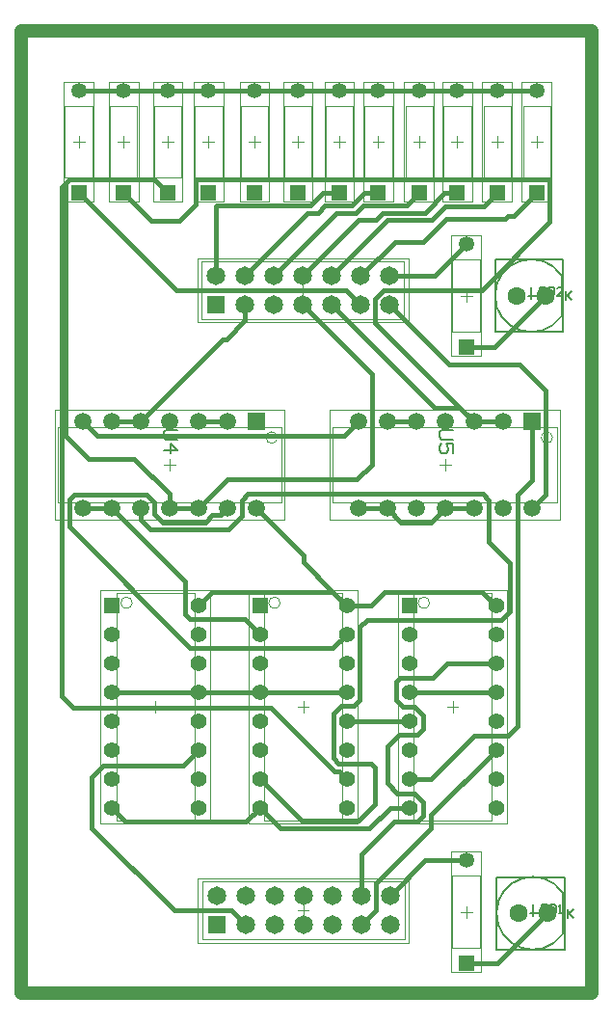
<source format=gbl>
G04*
G04 #@! TF.GenerationSoftware,Altium Limited,Altium Designer,22.9.1 (49)*
G04*
G04 Layer_Physical_Order=2*
G04 Layer_Color=16711680*
%FSLAX44Y44*%
%MOMM*%
G71*
G04*
G04 #@! TF.SameCoordinates,73C1D453-A157-4A54-B1A5-12706931D713*
G04*
G04*
G04 #@! TF.FilePolarity,Positive*
G04*
G01*
G75*
%ADD10C,0.2000*%
%ADD13C,0.1524*%
%ADD15C,1.2000*%
%ADD16C,0.1500*%
%ADD17C,0.1000*%
%ADD18C,0.0500*%
%ADD28C,0.3810*%
%ADD29C,1.6000*%
%ADD30R,1.3500X1.3500*%
%ADD31C,1.3500*%
%ADD32R,1.5000X1.5000*%
%ADD33C,1.5000*%
%ADD34R,1.4000X1.4000*%
%ADD35C,1.4000*%
%ADD36C,1.6500*%
%ADD37R,1.6500X1.6500*%
D10*
X688340Y501650D02*
X748030D01*
Y438150D02*
Y501650D01*
X688340Y438150D02*
X748030D01*
X688340D02*
Y501650D01*
X687070Y1043940D02*
X746760D01*
Y980440D02*
Y1043940D01*
X687070Y980440D02*
X746760D01*
X687070D02*
Y1043940D01*
X746760Y487680D02*
G03*
X746255Y451440I-26526J-17754D01*
G01*
X745490Y1029970D02*
G03*
X744985Y993730I-26526J-17754D01*
G01*
X746760Y452120D02*
Y487680D01*
X717550Y469900D02*
X722630D01*
X720090Y467360D02*
Y472440D01*
X745490Y994410D02*
Y1029970D01*
X716280Y1012190D02*
X721360D01*
X718820Y1009650D02*
Y1014730D01*
D13*
X720090Y477518D02*
Y469900D01*
X725168D01*
X732786Y477518D02*
X727708D01*
Y469900D01*
X732786D01*
X727708Y473709D02*
X730247D01*
X735325Y477518D02*
Y469900D01*
X739134D01*
X740403Y471170D01*
Y476248D01*
X739134Y477518D01*
X735325D01*
X742943Y469900D02*
X745482D01*
X744212D01*
Y477518D01*
X742943Y476248D01*
X750570Y473708D02*
Y466090D01*
Y468629D01*
X755648Y473708D01*
X751840Y469899D01*
X755648Y466090D01*
X718820Y1019808D02*
Y1012190D01*
X723898D01*
X731516Y1019808D02*
X726438D01*
Y1012190D01*
X731516D01*
X726438Y1015999D02*
X728977D01*
X734055Y1019808D02*
Y1012190D01*
X737864D01*
X739133Y1013460D01*
Y1018538D01*
X737864Y1019808D01*
X734055D01*
X746751Y1012190D02*
X741673D01*
X746751Y1017268D01*
Y1018538D01*
X745481Y1019808D01*
X742942D01*
X741673Y1018538D01*
X749300Y1015997D02*
Y1008380D01*
Y1010919D01*
X754378Y1015997D01*
X750570Y1012189D01*
X754378Y1008380D01*
D15*
X271056Y400050D02*
Y1244600D01*
Y400050D02*
X772160D01*
Y1244600D01*
X271056D02*
X772160D01*
D16*
X650026Y894080D02*
X640029D01*
X638030Y892081D01*
Y888082D01*
X640029Y886083D01*
X650026D01*
Y874087D02*
Y882084D01*
X644028D01*
X646027Y878085D01*
Y876086D01*
X644028Y874087D01*
X640029D01*
X638030Y876086D01*
Y880085D01*
X640029Y882084D01*
X408236Y894080D02*
X398239D01*
X396240Y892081D01*
Y888082D01*
X398239Y886083D01*
X408236D01*
X396240Y876086D02*
X408236D01*
X402238Y882084D01*
Y874087D01*
D17*
X737610Y887600D02*
G03*
X737610Y887600I-5000J0D01*
G01*
X495820D02*
G03*
X495820Y887600I-5000J0D01*
G01*
X629544Y742510D02*
G03*
X629544Y742510I-5000J0D01*
G01*
X498279D02*
G03*
X498279Y742510I-5000J0D01*
G01*
X368370D02*
G03*
X368370Y742510I-5000J0D01*
G01*
X649670Y439670D02*
X673670D01*
X649670D02*
Y502670D01*
X673670Y439670D02*
Y502670D01*
X649670D02*
X673670D01*
X649670Y980690D02*
X673670D01*
X649670D02*
Y1043690D01*
X673670Y980690D02*
Y1043690D01*
X649670D02*
X673670D01*
X544609Y896600D02*
X741610D01*
X544609Y830600D02*
X741610D01*
Y896600D01*
X544609Y830600D02*
Y896600D01*
X302820D02*
X499820D01*
X302820Y830600D02*
X499820D01*
Y896600D01*
X302820Y830600D02*
Y896600D01*
X615544Y551510D02*
Y751510D01*
X684044Y551510D02*
Y751510D01*
X615544D02*
X684044D01*
X615544Y551510D02*
X684044D01*
X484279D02*
Y751510D01*
X552779Y551510D02*
Y751510D01*
X484279D02*
X552779D01*
X484279Y551510D02*
X552779D01*
X354370D02*
Y751510D01*
X422870Y551510D02*
Y751510D01*
X354370D02*
X422870D01*
X354370Y551510D02*
X422870D01*
X711561Y1178860D02*
X735561D01*
Y1115860D02*
Y1178860D01*
X711561Y1115860D02*
Y1178860D01*
Y1115860D02*
X735561D01*
X309370Y1178860D02*
X333370D01*
Y1115860D02*
Y1178860D01*
X309370Y1115860D02*
Y1178860D01*
Y1115860D02*
X333370D01*
X676880Y1178860D02*
X700880D01*
Y1115860D02*
Y1178860D01*
X676880Y1115860D02*
Y1178860D01*
Y1115860D02*
X700880D01*
X348829Y1178860D02*
X372829D01*
Y1115860D02*
Y1178860D01*
X348829Y1115860D02*
Y1178860D01*
Y1115860D02*
X372829D01*
X641866Y1178860D02*
X665866D01*
Y1115860D02*
Y1178860D01*
X641866Y1115860D02*
Y1178860D01*
Y1115860D02*
X665866D01*
X387619Y1178860D02*
X411619D01*
Y1115860D02*
Y1178860D01*
X387619Y1115860D02*
Y1178860D01*
Y1115860D02*
X411619D01*
X608343Y1178860D02*
X632343D01*
Y1115860D02*
Y1178860D01*
X608343Y1115860D02*
Y1178860D01*
Y1115860D02*
X632343D01*
X423379Y1178860D02*
X447379D01*
Y1115860D02*
Y1178860D01*
X423379Y1115860D02*
Y1178860D01*
Y1115860D02*
X447379D01*
X572486Y1178860D02*
X596486D01*
Y1115860D02*
Y1178860D01*
X572486Y1115860D02*
Y1178860D01*
Y1115860D02*
X596486D01*
X463688Y1178860D02*
X487688D01*
Y1115860D02*
Y1178860D01*
X463688Y1115860D02*
Y1178860D01*
Y1115860D02*
X487688D01*
X538231Y1178860D02*
X562231D01*
Y1115860D02*
Y1178860D01*
X538231Y1115860D02*
Y1178860D01*
Y1115860D02*
X562231D01*
X501739Y1178860D02*
X525739D01*
Y1115860D02*
Y1178860D01*
X501739Y1115860D02*
Y1178860D01*
Y1115860D02*
X525739D01*
X429629Y497699D02*
X607429D01*
Y446899D02*
Y497699D01*
X429629Y446899D02*
X607429D01*
X429629D02*
Y497699D01*
X429486Y1042371D02*
X607286D01*
Y991571D02*
Y1042371D01*
X429486Y991571D02*
X607286D01*
X429486D02*
Y1042371D01*
X656670Y471170D02*
X666670D01*
X661670Y466170D02*
Y476170D01*
X656670Y1012190D02*
X666670D01*
X661670Y1007190D02*
Y1017190D01*
X643110Y858600D02*
Y868600D01*
X638110Y863600D02*
X648109D01*
X401320Y858600D02*
Y868600D01*
X396320Y863600D02*
X406320D01*
X644794Y651510D02*
X654794D01*
X649794Y646510D02*
Y656510D01*
X513529Y651510D02*
X523529D01*
X518529Y646510D02*
Y656510D01*
X383620Y651510D02*
X393620D01*
X388620Y646510D02*
Y656510D01*
X723561Y1142360D02*
Y1152360D01*
X718561Y1147360D02*
X728561D01*
X321371Y1142360D02*
Y1152360D01*
X316371Y1147360D02*
X326371D01*
X688880Y1142360D02*
Y1152360D01*
X683880Y1147360D02*
X693880D01*
X360829Y1142360D02*
Y1152360D01*
X355830Y1147360D02*
X365830D01*
X653866Y1142360D02*
Y1152360D01*
X648866Y1147360D02*
X658866D01*
X399619Y1142360D02*
Y1152360D01*
X394619Y1147360D02*
X404619D01*
X620343Y1142360D02*
Y1152360D01*
X615343Y1147360D02*
X625343D01*
X435379Y1142360D02*
Y1152360D01*
X430379Y1147360D02*
X440379D01*
X584486Y1142360D02*
Y1152360D01*
X579486Y1147360D02*
X589486D01*
X475688Y1142360D02*
Y1152360D01*
X470688Y1147360D02*
X480688D01*
X550231Y1142360D02*
Y1152360D01*
X545231Y1147360D02*
X555231D01*
X513739Y1142360D02*
Y1152360D01*
X508739Y1147360D02*
X518739D01*
D18*
X648670Y523920D02*
X674670D01*
X648670Y418420D02*
Y523920D01*
X674670Y418420D02*
Y523920D01*
X648670Y418420D02*
X674670D01*
X648670Y1064940D02*
X674670D01*
X648670Y959440D02*
Y1064940D01*
X674670Y959440D02*
Y1064940D01*
X648670Y959440D02*
X674670D01*
X542110Y912100D02*
X744110D01*
X542110Y815100D02*
X744110D01*
Y912100D01*
X542110Y815100D02*
Y912100D01*
X300320D02*
X502320D01*
X300320Y815100D02*
X502320D01*
Y912100D01*
X300320Y815100D02*
Y912100D01*
X601794Y549010D02*
Y754010D01*
X697794Y549010D02*
Y754010D01*
X601794D02*
X697794D01*
X601794Y549010D02*
X697794D01*
X470529D02*
Y754010D01*
X566529Y549010D02*
Y754010D01*
X470529D02*
X566529D01*
X470529Y549010D02*
X566529D01*
X340620D02*
Y754010D01*
X436620Y549010D02*
Y754010D01*
X340620D02*
X436620D01*
X340620Y549010D02*
X436620D01*
X710560Y1094610D02*
X736561D01*
Y1200110D01*
X710560Y1094610D02*
Y1200110D01*
X736561D01*
X308370Y1094610D02*
X334371D01*
Y1200110D01*
X308370Y1094610D02*
Y1200110D01*
X334371D01*
X675880Y1094610D02*
X701880D01*
Y1200110D01*
X675880Y1094610D02*
Y1200110D01*
X701880D01*
X347829Y1094610D02*
X373830D01*
Y1200110D01*
X347829Y1094610D02*
Y1200110D01*
X373830D01*
X640866Y1094610D02*
X666866D01*
Y1200110D01*
X640866Y1094610D02*
Y1200110D01*
X666866D01*
X386619Y1094610D02*
X412619D01*
Y1200110D01*
X386619Y1094610D02*
Y1200110D01*
X412619D01*
X607343Y1094610D02*
X633343D01*
Y1200110D01*
X607343Y1094610D02*
Y1200110D01*
X633343D01*
X422379Y1094610D02*
X448379D01*
Y1200110D01*
X422379Y1094610D02*
Y1200110D01*
X448379D01*
X571486Y1094610D02*
X597486D01*
Y1200110D01*
X571486Y1094610D02*
Y1200110D01*
X597486D01*
X462688Y1094610D02*
X488688D01*
Y1200110D01*
X462688Y1094610D02*
Y1200110D01*
X488688D01*
X537231Y1094610D02*
X563231D01*
Y1200110D01*
X537231Y1094610D02*
Y1200110D01*
X563231D01*
X500739Y1094610D02*
X526739D01*
Y1200110D01*
X500739Y1094610D02*
Y1200110D01*
X526739D01*
X426129Y444149D02*
Y500449D01*
Y444149D02*
X610929D01*
Y500449D01*
X426129D02*
X610929D01*
X518529Y467299D02*
Y477299D01*
X513529Y472299D02*
X523529D01*
X425985Y988821D02*
Y1045121D01*
Y988821D02*
X610786D01*
Y1045121D01*
X425985D02*
X610786D01*
X518386Y1011971D02*
Y1021971D01*
X513386Y1016971D02*
X523386D01*
D28*
X401320Y825754D02*
Y838112D01*
Y825754D02*
X426466D01*
X310134Y1111250D02*
X313436Y1114552D01*
X306324Y1107440D02*
X310134Y1111250D01*
X719310Y825500D02*
X731520Y837710D01*
Y928624D01*
X708406Y951738D02*
X731520Y928624D01*
X647118Y951738D02*
X708406D01*
X594586Y1004271D02*
X647118Y951738D01*
X544691Y752348D02*
X556629Y740410D01*
X518668Y778371D02*
X544691Y752348D01*
X518668Y778371D02*
Y784352D01*
X477520Y825500D02*
X518668Y784352D01*
X426720Y740410D02*
X438658Y752348D01*
X544691D01*
X556629Y740410D02*
X578358D01*
X590296Y752348D01*
X675956D01*
X687894Y740410D01*
X594929Y562610D02*
X611694D01*
X576895Y544576D02*
X594929Y562610D01*
X498463Y544576D02*
X576895D01*
X480429Y562610D02*
X498463Y544576D01*
X350520Y562610D02*
X362458Y550672D01*
X468491D01*
X480429Y562610D01*
X325120Y901700D02*
X337566Y889254D01*
X554464D01*
X566910Y901700D01*
X592310Y825500D02*
X604756Y813054D01*
X630664D01*
X643110Y825500D01*
X572622Y1102360D02*
X584486D01*
X561426Y1091165D02*
X572622Y1102360D01*
X537634Y1091165D02*
X561426D01*
X531284Y1084815D02*
X537634Y1091165D01*
X522729Y1084815D02*
X531284D01*
X467586Y1029671D02*
X522729Y1084815D01*
X466967Y728472D02*
X480429Y715010D01*
X419354Y728472D02*
X466967D01*
X415036Y732790D02*
X419354Y728472D01*
X415036Y732790D02*
Y760984D01*
X350520Y825500D02*
X415036Y760984D01*
X492986Y1029671D02*
X547895Y1084580D01*
X564915D01*
X571500Y1091165D01*
X609148D01*
X620343Y1102360D01*
X518386Y1004271D02*
X579120Y943536D01*
Y863854D02*
Y943536D01*
X565912Y850646D02*
X579120Y863854D01*
X451866Y850646D02*
X565912D01*
X426720Y825500D02*
X451866Y850646D01*
X387427Y1114552D02*
X399619Y1102360D01*
X313436Y1114552D02*
X387427D01*
X306324Y660654D02*
Y1107440D01*
Y660654D02*
X316230Y650748D01*
X489965D01*
X546100Y594613D01*
X550026D01*
X556629Y588010D01*
X642734Y1102360D02*
X653866D01*
X625188Y1084815D02*
X642734Y1102360D01*
X588474Y1084815D02*
X625188D01*
X582124Y1078465D02*
X588474Y1084815D01*
X567179Y1078465D02*
X582124D01*
X518386Y1029671D02*
X567179Y1078465D01*
X656318Y913892D02*
X668510Y901700D01*
X581890Y988320D02*
X656318Y913892D01*
X581890Y988320D02*
Y1009650D01*
X589211Y1016971D01*
X675341D01*
X735076Y1076706D01*
Y1113536D01*
X734568Y1114044D02*
X735076Y1113536D01*
X424434Y1114044D02*
X734568D01*
X423926Y1113536D02*
X424434Y1114044D01*
X423926Y1091946D02*
Y1113536D01*
X409807Y1077827D02*
X423926Y1091946D01*
X385363Y1077827D02*
X409807D01*
X360829Y1102360D02*
X385363Y1077827D01*
X634164Y913892D02*
X656318D01*
X543786Y1004271D02*
X634164Y913892D01*
X677196Y1090676D02*
X688880Y1102360D01*
X643750Y1090676D02*
X677196D01*
X631539Y1078465D02*
X643750Y1090676D01*
X592579Y1078465D02*
X631539D01*
X543786Y1029671D02*
X592579Y1078465D01*
X703495Y1082294D02*
X723561Y1102360D01*
X698754Y1082294D02*
X703495D01*
X696214Y1079754D02*
X698754Y1082294D01*
X644239Y1079754D02*
X696214D01*
X623917Y1059433D02*
X644239Y1079754D01*
X598947Y1059433D02*
X623917D01*
X569186Y1029671D02*
X598947Y1059433D01*
X455029Y472299D02*
X467729Y459599D01*
X405240Y472299D02*
X455029D01*
X332725Y544815D02*
X405240Y472299D01*
X332725Y544815D02*
Y589519D01*
X343154Y599948D01*
X413258D01*
X426720Y613410D01*
X645160Y689610D02*
X687894D01*
X632460Y676910D02*
X645160Y689610D01*
X604012Y676910D02*
X632460D01*
X599948Y672846D02*
X604012Y676910D01*
X599948Y657479D02*
Y672846D01*
Y657479D02*
X605917Y651510D01*
X615950D01*
X623570Y643890D01*
Y631571D02*
Y643890D01*
X618871Y626872D02*
X623570Y631571D01*
X602996Y626872D02*
X618871D01*
X592328Y616204D02*
X602996Y626872D01*
X592328Y584200D02*
Y616204D01*
Y584200D02*
X601218Y575310D01*
X615950D01*
X623570Y567690D01*
Y555371D02*
Y567690D01*
X618871Y550672D02*
X623570Y555371D01*
X598678Y550672D02*
X618871D01*
X569329Y521323D02*
X598678Y550672D01*
X569329Y484999D02*
Y521323D01*
X480429Y588010D02*
X517274Y551165D01*
X567167D01*
X581660Y565658D01*
Y597916D01*
X578104Y601472D02*
X581660Y597916D01*
X549529Y601472D02*
X578104D01*
X544830Y606171D02*
X549529Y601472D01*
X544830Y606171D02*
Y644906D01*
X552196Y652272D01*
X563245D01*
X568452Y657479D01*
Y721614D01*
X574548Y727710D01*
X692150D01*
X699770Y735330D01*
Y777748D01*
X681482Y796036D02*
X699770Y777748D01*
X681482Y796036D02*
Y832612D01*
X676148Y837946D02*
X681482Y832612D01*
X470154Y837946D02*
X676148D01*
X464566Y832358D02*
X470154Y837946D01*
X464566Y818642D02*
Y832358D01*
X452628Y806704D02*
X464566Y818642D01*
X384556Y806704D02*
X452628D01*
X375920Y815340D02*
X384556Y806704D01*
X375920Y815340D02*
Y825500D01*
X446024Y819404D02*
X452120Y825500D01*
X438658Y819404D02*
X446024D01*
X432562Y813308D02*
X438658Y819404D01*
X395732Y813308D02*
X432562D01*
X388112Y820928D02*
X395732Y813308D01*
X388112Y820928D02*
Y830333D01*
X380753Y837692D02*
X388112Y830333D01*
X317747Y837692D02*
X380753D01*
X313175Y833120D02*
X317747Y837692D01*
X313175Y809251D02*
Y833120D01*
Y809251D02*
X419354Y703072D01*
X544691D01*
X556629Y715010D01*
X689060Y426170D02*
X732790Y469900D01*
X661670Y426170D02*
X689060D01*
X569329Y459599D02*
X582024Y472295D01*
Y496275D01*
X630491Y544742D01*
Y556007D01*
X687894Y613410D01*
X426466Y825754D02*
X426720Y825500D01*
X401320D02*
Y825754D01*
X310134Y889000D02*
Y1111250D01*
Y889000D02*
X329946Y869188D01*
X370244D01*
X401320Y838112D01*
X611694Y588010D02*
X630428D01*
X668528Y626110D01*
X698500D01*
X706628Y634238D01*
Y837184D01*
X719310Y849866D01*
Y901700D01*
X350266Y825246D02*
X350520Y825500D01*
X325374Y825246D02*
X350266D01*
X325120Y825500D02*
X325374Y825246D01*
X467586Y990600D02*
Y1004271D01*
X450793Y973808D02*
X467586Y990600D01*
X448028Y973808D02*
X450793D01*
X375920Y901700D02*
X448028Y973808D01*
X536129Y1102360D02*
X550231D01*
X524934Y1091165D02*
X536129Y1102360D01*
X442420Y1091165D02*
X524934D01*
X442186Y1090930D02*
X442420Y1091165D01*
X442186Y1029671D02*
Y1090930D01*
X661670Y967190D02*
X686520D01*
X731520Y1012190D01*
X321371Y1102360D02*
X406760Y1016971D01*
X556486D01*
X569186Y1004271D01*
X594729Y484999D02*
X625900Y516170D01*
X661670D01*
X594586Y1029671D02*
X634151D01*
X661670Y1057190D01*
X321371Y1192360D02*
X360829D01*
X399619D01*
X435379D01*
X475688D01*
X513739D01*
X550231D01*
X584486D01*
X688880D02*
X723561D01*
X653866D02*
X688880D01*
X584486D02*
X620343D01*
X653866D01*
X643110Y825500D02*
X668510D01*
X566910D02*
X592310D01*
X611694Y664210D02*
X687894D01*
X556629Y638810D02*
X611694D01*
X480429Y664210D02*
X556629D01*
X350520D02*
X426720D01*
X480429D01*
X426720Y901700D02*
X452120D01*
X350520D02*
X375920D01*
X668510D02*
X693910D01*
X592310D02*
X617710D01*
D29*
X732790Y469900D02*
D03*
X707390D02*
D03*
X731520Y1012190D02*
D03*
X706120D02*
D03*
D30*
X661670Y426170D02*
D03*
Y967190D02*
D03*
X723561Y1102360D02*
D03*
X321371D02*
D03*
X688880D02*
D03*
X360829D02*
D03*
X653866D02*
D03*
X399619D02*
D03*
X620343D02*
D03*
X435379D02*
D03*
X584486D02*
D03*
X475688D02*
D03*
X550231D02*
D03*
X513739D02*
D03*
D31*
X661670Y516170D02*
D03*
Y1057190D02*
D03*
X723561Y1192360D02*
D03*
X321371D02*
D03*
X688880D02*
D03*
X360829D02*
D03*
X653866D02*
D03*
X399619D02*
D03*
X620343D02*
D03*
X435379D02*
D03*
X584486D02*
D03*
X475688D02*
D03*
X550231D02*
D03*
X513739D02*
D03*
D32*
X719310Y901700D02*
D03*
X477520D02*
D03*
D33*
X693910D02*
D03*
X668510D02*
D03*
X643110D02*
D03*
X617710D02*
D03*
X592310D02*
D03*
X566910D02*
D03*
X719310Y825500D02*
D03*
X693910D02*
D03*
X668510D02*
D03*
X643110D02*
D03*
X617710D02*
D03*
X592310D02*
D03*
X566910D02*
D03*
X452120Y901700D02*
D03*
X426720D02*
D03*
X401320D02*
D03*
X375920D02*
D03*
X350520D02*
D03*
X325120D02*
D03*
X477520Y825500D02*
D03*
X452120D02*
D03*
X426720D02*
D03*
X401320D02*
D03*
X375920D02*
D03*
X350520D02*
D03*
X325120D02*
D03*
D34*
X611694Y740410D02*
D03*
X480429D02*
D03*
X350520D02*
D03*
D35*
X611694Y715010D02*
D03*
Y689610D02*
D03*
Y664210D02*
D03*
Y638810D02*
D03*
Y613410D02*
D03*
Y588010D02*
D03*
Y562610D02*
D03*
X687894Y740410D02*
D03*
Y715010D02*
D03*
Y689610D02*
D03*
Y664210D02*
D03*
Y638810D02*
D03*
Y613410D02*
D03*
Y588010D02*
D03*
Y562610D02*
D03*
X480429Y715010D02*
D03*
Y689610D02*
D03*
Y664210D02*
D03*
Y638810D02*
D03*
Y613410D02*
D03*
Y588010D02*
D03*
Y562610D02*
D03*
X556629Y740410D02*
D03*
Y715010D02*
D03*
Y689610D02*
D03*
Y664210D02*
D03*
Y638810D02*
D03*
Y613410D02*
D03*
Y588010D02*
D03*
Y562610D02*
D03*
X350520Y715010D02*
D03*
Y689610D02*
D03*
Y664210D02*
D03*
Y638810D02*
D03*
Y613410D02*
D03*
Y588010D02*
D03*
Y562610D02*
D03*
X426720Y740410D02*
D03*
Y715010D02*
D03*
Y689610D02*
D03*
Y664210D02*
D03*
Y638810D02*
D03*
Y613410D02*
D03*
Y588010D02*
D03*
Y562610D02*
D03*
D36*
X518529Y484999D02*
D03*
Y459599D02*
D03*
X493129Y484999D02*
D03*
Y459599D02*
D03*
X442329Y484999D02*
D03*
X467729Y459599D02*
D03*
Y484999D02*
D03*
X543929Y459599D02*
D03*
Y484999D02*
D03*
X569329Y459599D02*
D03*
X594729D02*
D03*
X569329Y484999D02*
D03*
X594729D02*
D03*
X518386Y1029671D02*
D03*
Y1004271D02*
D03*
X492986Y1029671D02*
D03*
Y1004271D02*
D03*
X442186Y1029671D02*
D03*
X467586Y1004271D02*
D03*
Y1029671D02*
D03*
X543786Y1004271D02*
D03*
Y1029671D02*
D03*
X569186Y1004271D02*
D03*
X594586D02*
D03*
X569186Y1029671D02*
D03*
X594586D02*
D03*
D37*
X442329Y459599D02*
D03*
X442186Y1004271D02*
D03*
M02*

</source>
